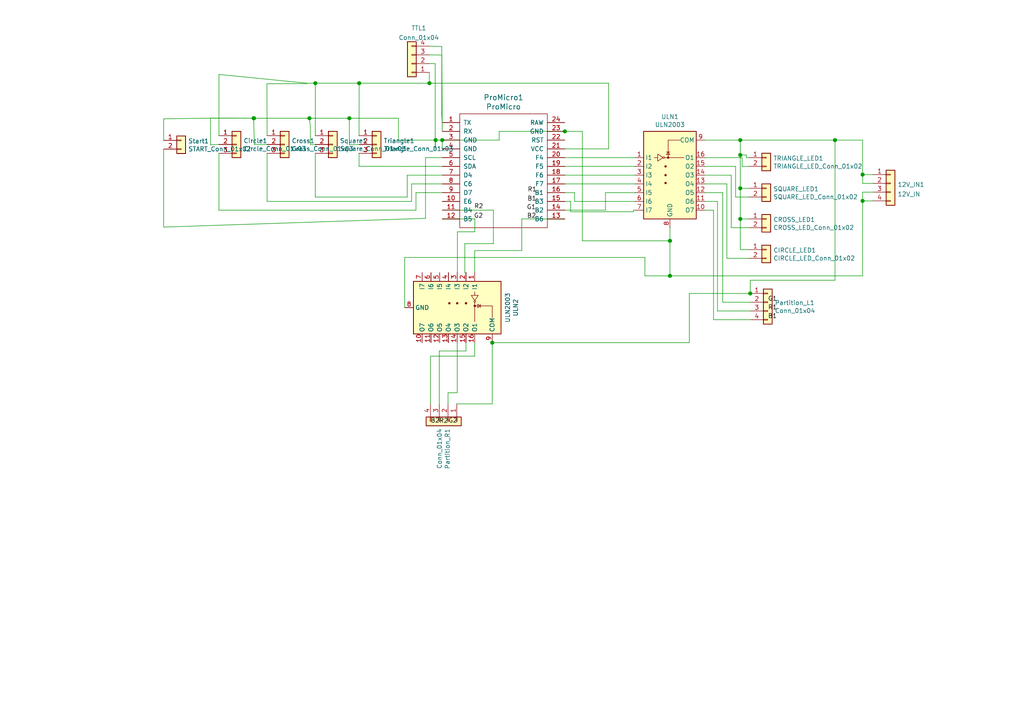
<source format=kicad_sch>
(kicad_sch (version 20210621) (generator eeschema)
  (paper "A4")
  (lib_symbols
    (symbol "Connector_Generic:Conn_01x02" (pin_names (offset 1.016) hide)
      (property "Reference" "J" (at 0 2.54 0))
      (property "Value" "Conn_01x02" (at 0 -5.08 0))
      (symbol "Conn_01x02_1_1"
        (rectangle (start -1.27 -2.413) (end 0 -2.667) (stroke (width 0.1524)))
        (rectangle (start -1.27 0.127) (end 0 -0.127) (stroke (width 0.1524)))
        (rectangle (start -1.27 1.27) (end 1.27 -3.81) (stroke (width 0.254)) (fill (type background)))
        (pin passive line (at -5.08 0 0) (length 3.81) (name "Pin_1") (number "1"))
        (pin passive line (at -5.08 -2.54 0) (length 3.81) (name "Pin_2") (number "2"))
      )
    )
    (symbol "Connector_Generic:Conn_01x03" (pin_names (offset 1.016) hide)
      (property "Reference" "J" (at 0 5.08 0))
      (property "Value" "Conn_01x03" (at 0 -5.08 0))
      (symbol "Conn_01x03_1_1"
        (rectangle (start -1.27 -2.413) (end 0 -2.667) (stroke (width 0.1524)))
        (rectangle (start -1.27 0.127) (end 0 -0.127) (stroke (width 0.1524)))
        (rectangle (start -1.27 2.667) (end 0 2.413) (stroke (width 0.1524)))
        (rectangle (start -1.27 3.81) (end 1.27 -3.81) (stroke (width 0.254)) (fill (type background)))
        (pin passive line (at -5.08 2.54 0) (length 3.81) (name "Pin_1") (number "1"))
        (pin passive line (at -5.08 0 0) (length 3.81) (name "Pin_2") (number "2"))
        (pin passive line (at -5.08 -2.54 0) (length 3.81) (name "Pin_3") (number "3"))
      )
    )
    (symbol "Connector_Generic:Conn_01x04" (pin_names (offset 1.016) hide)
      (property "Reference" "J" (at 0 5.08 0))
      (property "Value" "Conn_01x04" (at 0 -7.62 0))
      (symbol "Conn_01x04_1_1"
        (rectangle (start -1.27 -4.953) (end 0 -5.207) (stroke (width 0.1524)))
        (rectangle (start -1.27 -2.413) (end 0 -2.667) (stroke (width 0.1524)))
        (rectangle (start -1.27 0.127) (end 0 -0.127) (stroke (width 0.1524)))
        (rectangle (start -1.27 2.667) (end 0 2.413) (stroke (width 0.1524)))
        (rectangle (start -1.27 3.81) (end 1.27 -6.35) (stroke (width 0.254)) (fill (type background)))
        (pin passive line (at -5.08 2.54 0) (length 3.81) (name "Pin_1") (number "1"))
        (pin passive line (at -5.08 0 0) (length 3.81) (name "Pin_2") (number "2"))
        (pin passive line (at -5.08 -2.54 0) (length 3.81) (name "Pin_3") (number "3"))
        (pin passive line (at -5.08 -5.08 0) (length 3.81) (name "Pin_4") (number "4"))
      )
    )
    (symbol "DIVA_promicro-rescue:ProMicro-promicro" (pin_names (offset 1.016))
      (property "Reference" "U" (at 0 24.13 0))
      (property "Value" "ProMicro-promicro" (at 0 -13.97 0))
      (symbol "ProMicro-promicro_0_1"
        (rectangle (start -12.7 21.59) (end 12.7 -11.43))
      )
      (symbol "ProMicro-promicro_1_1"
        (pin bidirectional line (at -17.78 19.05 0) (length 5.08) (name "TX") (number "1"))
        (pin bidirectional line (at -17.78 -3.81 0) (length 5.08) (name "E6") (number "10"))
        (pin bidirectional line (at -17.78 -6.35 0) (length 5.08) (name "B4") (number "11"))
        (pin bidirectional line (at -17.78 -8.89 0) (length 5.08) (name "B5") (number "12"))
        (pin bidirectional line (at 17.78 -8.89 180) (length 5.08) (name "B6") (number "13"))
        (pin bidirectional line (at 17.78 -6.35 180) (length 5.08) (name "B2") (number "14"))
        (pin bidirectional line (at 17.78 -3.81 180) (length 5.08) (name "B3") (number "15"))
        (pin bidirectional line (at 17.78 -1.27 180) (length 5.08) (name "B1") (number "16"))
        (pin bidirectional line (at 17.78 1.27 180) (length 5.08) (name "F7") (number "17"))
        (pin bidirectional line (at 17.78 3.81 180) (length 5.08) (name "F6") (number "18"))
        (pin bidirectional line (at 17.78 6.35 180) (length 5.08) (name "F5") (number "19"))
        (pin bidirectional line (at -17.78 16.51 0) (length 5.08) (name "RX") (number "2"))
        (pin bidirectional line (at 17.78 8.89 180) (length 5.08) (name "F4") (number "20"))
        (pin power_in line (at 17.78 11.43 180) (length 5.08) (name "VCC") (number "21"))
        (pin input line (at 17.78 13.97 180) (length 5.08) (name "RST") (number "22"))
        (pin power_in line (at 17.78 16.51 180) (length 5.08) (name "GND") (number "23"))
        (pin power_out line (at 17.78 19.05 180) (length 5.08) (name "RAW") (number "24"))
        (pin power_in line (at -17.78 13.97 0) (length 5.08) (name "GND") (number "3"))
        (pin power_in line (at -17.78 11.43 0) (length 5.08) (name "GND") (number "4"))
        (pin bidirectional line (at -17.78 8.89 0) (length 5.08) (name "SCL") (number "5"))
        (pin bidirectional line (at -17.78 6.35 0) (length 5.08) (name "SDA") (number "6"))
        (pin bidirectional line (at -17.78 3.81 0) (length 5.08) (name "D4") (number "7"))
        (pin bidirectional line (at -17.78 1.27 0) (length 5.08) (name "C6") (number "8"))
        (pin bidirectional line (at -17.78 -1.27 0) (length 5.08) (name "D7") (number "9"))
      )
    )
    (symbol "Transistor_Array:ULN2003"
      (property "Reference" "U" (at 0 15.875 0))
      (property "Value" "ULN2003" (at 0 13.97 0))
      (symbol "ULN2003_0_1"
        (circle (center -1.778 5.08) (radius 0.254))
        (circle (center -1.27 -2.286) (radius 0.254) (fill (type outline)))
        (circle (center -1.27 0) (radius 0.254) (fill (type outline)))
        (circle (center -1.27 2.54) (radius 0.254) (fill (type outline)))
        (circle (center -0.508 5.08) (radius 0.254) (fill (type outline)))
        (rectangle (start -7.62 -12.7) (end 7.62 12.7) (stroke (width 0.254)) (fill (type background)))
        (polyline (pts (xy -4.572 5.08) (xy -3.556 5.08)))
        (polyline (pts (xy -1.524 5.08) (xy 4.064 5.08)))
        (polyline (pts (xy 0 6.731) (xy -1.016 6.731)))
        (polyline (pts (xy -0.508 5.08) (xy -0.508 10.16) (xy 2.921 10.16)))
        (polyline (pts (xy -3.556 6.096) (xy -3.556 4.064) (xy -2.032 5.08) (xy -3.556 6.096)))
        (polyline (pts (xy 0 5.969) (xy -1.016 5.969) (xy -0.508 6.731) (xy 0 5.969)))
      )
      (symbol "ULN2003_1_1"
        (pin input line (at -10.16 5.08 0) (length 2.54) (name "I1") (number "1"))
        (pin open_collector line (at 10.16 -10.16 180) (length 2.54) (name "O7") (number "10"))
        (pin open_collector line (at 10.16 -7.62 180) (length 2.54) (name "O6") (number "11"))
        (pin open_collector line (at 10.16 -5.08 180) (length 2.54) (name "O5") (number "12"))
        (pin open_collector line (at 10.16 -2.54 180) (length 2.54) (name "O4") (number "13"))
        (pin open_collector line (at 10.16 0 180) (length 2.54) (name "O3") (number "14"))
        (pin open_collector line (at 10.16 2.54 180) (length 2.54) (name "O2") (number "15"))
        (pin open_collector line (at 10.16 5.08 180) (length 2.54) (name "O1") (number "16"))
        (pin input line (at -10.16 2.54 0) (length 2.54) (name "I2") (number "2"))
        (pin input line (at -10.16 0 0) (length 2.54) (name "I3") (number "3"))
        (pin input line (at -10.16 -2.54 0) (length 2.54) (name "I4") (number "4"))
        (pin input line (at -10.16 -5.08 0) (length 2.54) (name "I5") (number "5"))
        (pin input line (at -10.16 -7.62 0) (length 2.54) (name "I6") (number "6"))
        (pin input line (at -10.16 -10.16 0) (length 2.54) (name "I7") (number "7"))
        (pin power_in line (at 0 -15.24 90) (length 2.54) (name "GND") (number "8"))
        (pin passive line (at 10.16 10.16 180) (length 2.54) (name "COM") (number "9"))
      )
    )
  )
  (junction (at 73.5729 34.29) (diameter 1.016))
  (junction (at 73.66 34.29) (diameter 1.016))
  (junction (at 89.7406 34.29) (diameter 1.016))
  (junction (at 91.4566 24.13) (diameter 1.016))
  (junction (at 101.3197 34.29) (diameter 1.016))
  (junction (at 104.1666 24.13) (diameter 1.016))
  (junction (at 124.5429 24.13) (diameter 1.016))
  (junction (at 126.365 40.64) (diameter 1.016))
  (junction (at 128.27 40.64) (diameter 1.016))
  (junction (at 142.7734 99.3902) (diameter 1.016))
  (junction (at 163.83 38.1) (diameter 1.016))
  (junction (at 194.31 69.85) (diameter 1.016))
  (junction (at 194.31 80.01) (diameter 1.016))
  (junction (at 214.7062 40.64) (diameter 1.016))
  (junction (at 214.7062 44.958) (diameter 1.016))
  (junction (at 214.7062 54.61) (diameter 1.016))
  (junction (at 214.7062 63.5) (diameter 1.016))
  (junction (at 217.6018 85.1154) (diameter 1.016))
  (junction (at 242.189 40.64) (diameter 1.016))
  (junction (at 250.19 50.6406) (diameter 1.016))
  (junction (at 250.19 58.2723) (diameter 1.016))
  (wire (pts (xy 47.4726 34.4732) (xy 59.182 34.29)))
  (wire (pts (xy 47.4726 40.7162) (xy 47.4726 34.4732)))
  (wire (pts (xy 47.4726 43.2562) (xy 47.4726 65.8622)))
  (wire (pts (xy 47.4726 65.8622) (xy 123.4186 63.3222)))
  (wire (pts (xy 59.182 34.29) (xy 73.5729 34.29)))
  (wire (pts (xy 61.0518 34.2567) (xy 61.0518 41.9987)))
  (wire (pts (xy 61.0518 34.2567) (xy 73.66 34.29)))
  (wire (pts (xy 61.0518 41.9987) (xy 63.5 41.91)))
  (wire (pts (xy 63.5 21.59) (xy 63.5 39.37)))
  (wire (pts (xy 63.5 21.59) (xy 88.9508 24.13)))
  (wire (pts (xy 63.5 60.96) (xy 63.5 44.45)))
  (wire (pts (xy 73.5729 34.29) (xy 73.66 34.29)))
  (wire (pts (xy 73.66 34.29) (xy 89.7406 34.29)))
  (wire (pts (xy 73.77 41.91) (xy 73.5729 34.29)))
  (wire (pts (xy 77.4179 24.3016) (xy 88.9508 24.2523)))
  (wire (pts (xy 77.47 39.37) (xy 77.4179 24.3016)))
  (wire (pts (xy 77.47 41.91) (xy 73.77 41.91)))
  (wire (pts (xy 77.47 58.42) (xy 77.47 44.45)))
  (wire (pts (xy 88.9508 24.13) (xy 88.9508 24.2523)))
  (wire (pts (xy 88.9508 24.13) (xy 91.4566 24.13)))
  (wire (pts (xy 89.7406 34.29) (xy 101.3197 34.29)))
  (wire (pts (xy 90.0275 36.8463) (xy 89.7406 34.29)))
  (wire (pts (xy 90.0275 36.8463) (xy 90.0275 41.9263)))
  (wire (pts (xy 90.0275 41.9263) (xy 91.44 41.91)))
  (wire (pts (xy 91.44 39.37) (xy 91.4566 24.13)))
  (wire (pts (xy 91.44 57.15) (xy 91.44 44.45)))
  (wire (pts (xy 91.4566 24.13) (xy 104.1666 24.13)))
  (wire (pts (xy 101.3197 34.29) (xy 101.3197 41.9581)))
  (wire (pts (xy 101.3197 34.29) (xy 115.57 34.29)))
  (wire (pts (xy 101.3197 41.9581) (xy 104.14 41.91)))
  (wire (pts (xy 104.14 39.37) (xy 104.1666 24.13)))
  (wire (pts (xy 104.14 48.2324) (xy 104.14 44.45)))
  (wire (pts (xy 104.1666 24.13) (xy 124.5429 24.13)))
  (wire (pts (xy 106.68 48.2324) (xy 104.14 48.2324)))
  (wire (pts (xy 115.57 34.29) (xy 115.57 40.64)))
  (wire (pts (xy 115.57 40.64) (xy 126.365 40.64)))
  (wire (pts (xy 116.84 48.26) (xy 106.68 48.2324)))
  (wire (pts (xy 116.84 48.26) (xy 128.27 48.26)))
  (wire (pts (xy 117.3734 74.676) (xy 187.0456 74.676)))
  (wire (pts (xy 117.3734 89.2302) (xy 117.3734 74.676)))
  (wire (pts (xy 118.11 50.8) (xy 118.11 57.15)))
  (wire (pts (xy 118.11 50.8) (xy 128.27 50.8)))
  (wire (pts (xy 118.11 57.15) (xy 91.44 57.15)))
  (wire (pts (xy 119.38 53.34) (xy 119.38 58.42)))
  (wire (pts (xy 119.38 53.34) (xy 128.27 53.34)))
  (wire (pts (xy 119.38 58.42) (xy 77.47 58.42)))
  (wire (pts (xy 120.65 55.88) (xy 120.65 60.96)))
  (wire (pts (xy 120.65 60.96) (xy 63.5 60.96)))
  (wire (pts (xy 123.4186 45.72) (xy 123.4186 63.3222)))
  (wire (pts (xy 124.5288 20.9961) (xy 124.5429 24.13)))
  (wire (pts (xy 124.5429 24.13) (xy 176.53 24.13)))
  (wire (pts (xy 124.8664 103.3018) (xy 137.6934 103.3018)))
  (wire (pts (xy 124.8664 117.1448) (xy 124.8664 103.3018)))
  (wire (pts (xy 125.222 18.415) (xy 124.5288 18.4561)))
  (wire (pts (xy 126.2234 18.4561) (xy 125.222 18.415)))
  (wire (pts (xy 126.2234 43.2211) (xy 126.2234 18.4561)))
  (wire (pts (xy 126.2234 43.2211) (xy 126.365 40.64)))
  (wire (pts (xy 126.365 40.64) (xy 128.27 40.64)))
  (wire (pts (xy 127.4064 101.8032) (xy 127.4064 117.1448)))
  (wire (pts (xy 127.4064 101.8032) (xy 135.1534 101.8032)))
  (wire (pts (xy 128.1313 13.4903) (xy 124.5288 13.3761)))
  (wire (pts (xy 128.1313 15.9719) (xy 124.5288 15.9161)))
  (wire (pts (xy 128.1313 33.1169) (xy 128.1313 15.9719)))
  (wire (pts (xy 128.1313 33.1169) (xy 128.27 35.56)))
  (wire (pts (xy 128.27 38.1) (xy 128.1313 13.4903)))
  (wire (pts (xy 128.27 40.64) (xy 128.27 43.18)))
  (wire (pts (xy 128.27 45.72) (xy 123.4186 45.72)))
  (wire (pts (xy 128.27 55.88) (xy 120.65 55.88)))
  (wire (pts (xy 128.27 60.96) (xy 143.1036 60.96)))
  (wire (pts (xy 128.27 63.5) (xy 137.7188 63.5)))
  (wire (pts (xy 129.9464 113.919) (xy 129.9464 117.1448)))
  (wire (pts (xy 132.4864 117.1448) (xy 142.7734 117.1448)))
  (wire (pts (xy 132.6134 99.3902) (xy 132.6134 113.919)))
  (wire (pts (xy 132.6134 113.919) (xy 129.9464 113.919)))
  (wire (pts (xy 132.6642 67.2338) (xy 132.6642 79.0702)))
  (wire (pts (xy 132.6642 79.0702) (xy 132.6134 79.0702)))
  (wire (pts (xy 134.8232 70.6628) (xy 134.8232 79.0702)))
  (wire (pts (xy 134.8232 79.0702) (xy 135.1534 79.0702)))
  (wire (pts (xy 135.1534 99.3902) (xy 135.1534 101.8032)))
  (wire (pts (xy 137.6934 72.6694) (xy 151.3332 72.6694)))
  (wire (pts (xy 137.6934 79.0702) (xy 137.6934 72.6694)))
  (wire (pts (xy 137.6934 103.3018) (xy 137.6934 99.3902)))
  (wire (pts (xy 137.7188 63.5) (xy 137.7188 67.2338)))
  (wire (pts (xy 137.7188 67.2338) (xy 132.6642 67.2338)))
  (wire (pts (xy 142.7734 99.3902) (xy 199.9234 99.3902)))
  (wire (pts (xy 142.7734 117.1448) (xy 142.7734 99.3902)))
  (wire (pts (xy 143.1036 60.96) (xy 143.1036 70.6628)))
  (wire (pts (xy 143.1036 70.6628) (xy 134.8232 70.6628)))
  (wire (pts (xy 144.78 38.1) (xy 144.78 40.64)))
  (wire (pts (xy 144.78 38.1) (xy 163.83 38.1)))
  (wire (pts (xy 144.78 40.64) (xy 128.27 40.64)))
  (wire (pts (xy 151.3332 63.5) (xy 163.83 63.5)))
  (wire (pts (xy 151.3332 72.6694) (xy 151.3332 63.5)))
  (wire (pts (xy 163.83 38.1) (xy 168.91 38.1)))
  (wire (pts (xy 163.83 43.18) (xy 176.53 43.18)))
  (wire (pts (xy 163.83 45.72) (xy 184.15 45.72)))
  (wire (pts (xy 163.83 48.26) (xy 184.15 48.26)))
  (wire (pts (xy 163.83 50.8) (xy 184.15 50.8)))
  (wire (pts (xy 163.83 53.34) (xy 184.15 53.34)))
  (wire (pts (xy 163.83 58.42) (xy 165.5064 58.42)))
  (wire (pts (xy 163.83 60.96) (xy 175.6156 60.96)))
  (wire (pts (xy 165.5064 58.42) (xy 165.5064 61.4172)))
  (wire (pts (xy 165.5064 61.4172) (xy 183.6928 61.4172)))
  (wire (pts (xy 166.6494 55.88) (xy 163.83 55.88)))
  (wire (pts (xy 166.6494 58.42) (xy 166.6494 55.88)))
  (wire (pts (xy 168.91 38.1) (xy 168.91 69.85)))
  (wire (pts (xy 168.91 69.85) (xy 194.31 69.85)))
  (wire (pts (xy 175.6156 55.88) (xy 184.15 55.88)))
  (wire (pts (xy 175.6156 60.96) (xy 175.6156 55.88)))
  (wire (pts (xy 176.53 24.13) (xy 176.53 43.18)))
  (wire (pts (xy 183.6928 60.96) (xy 184.15 60.96)))
  (wire (pts (xy 183.6928 61.4172) (xy 183.6928 60.96)))
  (wire (pts (xy 184.15 58.42) (xy 166.6494 58.42)))
  (wire (pts (xy 187.0456 74.676) (xy 187.0456 80.01)))
  (wire (pts (xy 187.0456 80.01) (xy 194.31 80.01)))
  (wire (pts (xy 194.31 69.85) (xy 194.31 66.04)))
  (wire (pts (xy 194.31 69.85) (xy 194.31 80.01)))
  (wire (pts (xy 194.31 80.01) (xy 250.19 80.01)))
  (wire (pts (xy 199.9234 85.1154) (xy 217.6018 85.1154)))
  (wire (pts (xy 199.9234 99.3902) (xy 199.9234 85.1154)))
  (wire (pts (xy 204.47 40.64) (xy 214.7062 40.64)))
  (wire (pts (xy 204.47 45.72) (xy 215.2396 45.72)))
  (wire (pts (xy 204.47 48.26) (xy 213.36 48.26)))
  (wire (pts (xy 204.47 50.8) (xy 212.09 50.8)))
  (wire (pts (xy 204.47 53.34) (xy 210.82 53.34)))
  (wire (pts (xy 204.47 55.88) (xy 209.6262 55.88)))
  (wire (pts (xy 204.47 58.42) (xy 208.1022 58.42)))
  (wire (pts (xy 204.47 60.96) (xy 206.9592 60.96)))
  (wire (pts (xy 206.9592 60.96) (xy 206.9592 92.7354)))
  (wire (pts (xy 206.9592 92.7354) (xy 217.6018 92.7354)))
  (wire (pts (xy 208.1022 90.1954) (xy 208.1022 58.42)))
  (wire (pts (xy 209.6262 55.88) (xy 209.6262 87.6554)))
  (wire (pts (xy 209.6262 87.6554) (xy 217.6018 87.6554)))
  (wire (pts (xy 210.82 53.34) (xy 210.82 74.93)))
  (wire (pts (xy 212.09 50.8) (xy 212.09 66.04)))
  (wire (pts (xy 213.36 48.26) (xy 213.36 57.15)))
  (wire (pts (xy 214.7062 40.64) (xy 214.7062 44.958)))
  (wire (pts (xy 214.7062 40.64) (xy 242.189 40.64)))
  (wire (pts (xy 214.7062 44.958) (xy 214.7062 54.61)))
  (wire (pts (xy 214.7062 54.61) (xy 214.7062 63.5)))
  (wire (pts (xy 214.7062 54.61) (xy 217.17 54.61)))
  (wire (pts (xy 214.7062 63.5) (xy 214.7062 72.4154)))
  (wire (pts (xy 214.7062 63.5) (xy 217.17 63.5)))
  (wire (pts (xy 214.7062 72.4154) (xy 217.17 72.4154)))
  (wire (pts (xy 215.2396 45.72) (xy 215.2396 48.26)))
  (wire (pts (xy 215.2396 48.26) (xy 217.17 48.26)))
  (wire (pts (xy 216.4588 44.958) (xy 214.7062 44.958)))
  (wire (pts (xy 216.4588 45.72) (xy 216.4588 44.958)))
  (wire (pts (xy 217.17 45.72) (xy 216.4588 45.72)))
  (wire (pts (xy 217.17 57.15) (xy 213.36 57.15)))
  (wire (pts (xy 217.17 66.04) (xy 212.09 66.04)))
  (wire (pts (xy 217.17 72.4154) (xy 217.17 72.39)))
  (wire (pts (xy 217.17 74.93) (xy 210.82 74.93)))
  (wire (pts (xy 217.6018 81.28) (xy 217.6018 85.1154)))
  (wire (pts (xy 217.6018 81.28) (xy 242.189 81.28)))
  (wire (pts (xy 217.6018 90.1954) (xy 208.1022 90.1954)))
  (wire (pts (xy 242.189 40.64) (xy 250.19 40.64)))
  (wire (pts (xy 242.189 81.28) (xy 242.189 40.64)))
  (wire (pts (xy 250.19 40.64) (xy 250.19 50.6406)))
  (wire (pts (xy 250.19 50.6406) (xy 250.19 50.6463)))
  (wire (pts (xy 250.19 50.6406) (xy 250.2094 53.1851)))
  (wire (pts (xy 250.19 55.7447) (xy 250.19 58.2723)))
  (wire (pts (xy 250.19 55.7447) (xy 253.2055 55.7251)))
  (wire (pts (xy 250.19 58.2723) (xy 250.19 80.01)))
  (wire (pts (xy 250.2094 53.1851) (xy 253.2055 53.1851)))
  (wire (pts (xy 253.2055 50.6451) (xy 250.19 50.6463)))
  (wire (pts (xy 253.2055 58.2651) (xy 250.19 58.2723)))
  (label "B2" (at 124.8664 122.9868 0))
  (label "R2" (at 127.3556 123.063 0))
  (label "G2" (at 129.9972 122.9868 0))
  (label "G2" (at 137.4394 63.5762 0))
  (label "R2" (at 137.5156 60.833 0))
  (label "G1" (at 152.7556 61.087 0))
  (label "B2" (at 152.8318 63.5762 0))
  (label "B1" (at 152.9334 58.6232 0))
  (label "R1" (at 153.0096 55.9562 0))
  (label "G1" (at 222.7072 87.6554 0))
  (label "B1" (at 222.7072 92.6846 0))
  (label "R1" (at 222.7326 90.1446 0))
  (symbol (lib_id "Connector_Generic:Conn_01x02") (at 52.5526 40.7162 0) (unit 1)
    (property "Reference" "Start1" (at 54.5846 40.9194 0) (effects (justify left)))
    (property "Value" "START_Conn_01x02" (at 54.5846 43.2308 0) (effects (justify left)))
    (property "Footprint" "Connector_JST:JST_XH_B2B-XH-A_1x02_P2.50mm_Vertical" (effects hide))
  )
  (symbol (lib_id "Connector_Generic:Conn_01x02") (at 222.25 45.72 0) (unit 1)
    (property "Reference" "TRIANGLE_LED1" (at 224.282 45.9232 0) (effects (justify left)))
    (property "Value" "TRIANGLE_LED_Conn_01x02" (at 224.282 48.2346 0) (effects (justify left)))
    (property "Footprint" "Connector_JST:JST_XH_B2B-XH-A_1x02_P2.50mm_Vertical" (effects hide))
  )
  (symbol (lib_id "Connector_Generic:Conn_01x02") (at 222.25 54.61 0) (unit 1)
    (property "Reference" "SQUARE_LED1" (at 224.282 54.8132 0) (effects (justify left)))
    (property "Value" "SQUARE_LED_Conn_01x02" (at 224.282 57.1246 0) (effects (justify left)))
    (property "Footprint" "Connector_JST:JST_XH_B2B-XH-A_1x02_P2.50mm_Vertical" (effects hide))
  )
  (symbol (lib_id "Connector_Generic:Conn_01x02") (at 222.25 63.5 0) (unit 1)
    (property "Reference" "CROSS_LED1" (at 224.282 63.7032 0) (effects (justify left)))
    (property "Value" "CROSS_LED_Conn_01x02" (at 224.282 66.0146 0) (effects (justify left)))
    (property "Footprint" "Connector_JST:JST_XH_B2B-XH-A_1x02_P2.50mm_Vertical" (effects hide))
  )
  (symbol (lib_id "Connector_Generic:Conn_01x02") (at 222.25 72.39 0) (unit 1)
    (property "Reference" "CIRCLE_LED1" (at 224.282 72.5932 0) (effects (justify left)))
    (property "Value" "CIRCLE_LED_Conn_01x02" (at 224.282 74.9046 0) (effects (justify left)))
    (property "Footprint" "Connector_JST:JST_XH_B2B-XH-A_1x02_P2.50mm_Vertical" (effects hide))
  )
  (symbol (lib_id "Connector_Generic:Conn_01x03") (at 68.58 41.91 0) (unit 1)
    (property "Reference" "Circle1" (at 70.612 40.8432 0) (effects (justify left)))
    (property "Value" "Circle_Conn_01x03" (at 70.612 43.1546 0) (effects (justify left)))
    (property "Footprint" "Connector_JST:JST_XH_B3B-XH-A_1x03_P2.50mm_Vertical" (effects hide))
  )
  (symbol (lib_id "Connector_Generic:Conn_01x03") (at 82.55 41.91 0) (unit 1)
    (property "Reference" "Cross1" (at 84.582 40.843 0) (effects (justify left)))
    (property "Value" "Cross_Conn_01x03" (at 84.582 43.1546 0) (effects (justify left)))
    (property "Footprint" "Connector_JST:JST_XH_B3B-XH-A_1x03_P2.50mm_Vertical" (effects hide))
  )
  (symbol (lib_id "Connector_Generic:Conn_01x03") (at 96.52 41.91 0) (unit 1)
    (property "Reference" "Square1" (at 98.552 40.843 0) (effects (justify left)))
    (property "Value" "Square_Conn_01x03" (at 98.552 43.1546 0) (effects (justify left)))
    (property "Footprint" "Connector_JST:JST_XH_B3B-XH-A_1x03_P2.50mm_Vertical" (effects hide))
  )
  (symbol (lib_id "Connector_Generic:Conn_01x03") (at 109.22 41.91 0) (unit 1)
    (property "Reference" "Triangle1" (at 111.252 40.843 0) (effects (justify left)))
    (property "Value" "Triangle_Conn_01x03" (at 111.252 43.1546 0) (effects (justify left)))
    (property "Footprint" "Connector_JST:JST_XH_B3B-XH-A_1x03_P2.50mm_Vertical" (effects hide))
  )
  (symbol (lib_id "Connector_Generic:Conn_01x04") (at 119.4488 18.4561 180) (unit 1)
    (property "Reference" "TTL1" (at 121.4808 8.1395 0))
    (property "Value" "Conn_01x04" (at 121.4808 10.9146 0))
    (property "Footprint" "Connector_JST:JST_XH_B4B-XH-A_1x04_P2.50mm_Vertical" (effects hide))
  )
  (symbol (lib_id "Connector_Generic:Conn_01x04") (at 129.9464 122.2248 270) (unit 1)
    (property "Reference" "Partition_R1" (at 129.7748 124.2574 0) (effects (justify left)))
    (property "Value" "Conn_01x04" (at 127.4763 124.2569 0) (effects (justify left)))
    (property "Footprint" "Connector_JST:JST_XH_B4B-XH-A_1x04_P2.50mm_Vertical" (effects hide))
  )
  (symbol (lib_id "Connector_Generic:Conn_01x04") (at 222.6818 87.6554 0) (unit 1)
    (property "Reference" "Partition_L1" (at 224.7144 87.8268 0) (effects (justify left)))
    (property "Value" "Conn_01x04" (at 224.7139 90.1255 0) (effects (justify left)))
    (property "Footprint" "Connector_JST:JST_XH_B4B-XH-A_1x04_P2.50mm_Vertical" (effects hide))
  )
  (symbol (lib_id "Connector_Generic:Conn_01x04") (at 258.2855 53.1851 0) (unit 1)
    (property "Reference" "12V_IN1" (at 260.3176 53.5466 0) (effects (justify left)))
    (property "Value" "12V_IN" (at 260.3176 56.3217 0) (effects (justify left)))
    (property "Footprint" "Connector_JST:JST_XH_B4B-XH-A_1x04_P2.50mm_Vertical" (effects hide))
  )
  (symbol (lib_id "Transistor_Array:ULN2003") (at 132.6134 89.2302 270) (unit 1)
    (property "Reference" "ULN2" (at 149.5552 89.2302 0))
    (property "Value" "ULN2003" (at 147.2434 89.2302 0))
    (property "Footprint" "Package_DIP:DIP-16_W7.62mm" (effects hide))
    (property "Datasheet" "http://www.ti.com/lit/ds/symlink/uln2003a.pdf" (effects hide))
  )
  (symbol (lib_id "Transistor_Array:ULN2003") (at 194.31 50.8 0) (unit 1)
    (property "Reference" "ULN1" (at 194.31 33.8582 0))
    (property "Value" "ULN2003" (at 194.31 36.17 0))
    (property "Footprint" "Package_DIP:DIP-16_W7.62mm" (effects hide))
    (property "Datasheet" "http://www.ti.com/lit/ds/symlink/uln2003a.pdf" (effects hide))
  )
  (symbol (lib_id "DIVA_promicro-rescue:ProMicro-promicro") (at 146.05 54.61 0) (unit 1)
    (property "Reference" "ProMicro1" (at 146.05 28.2702 0) (effects (font (size 1.524 1.524))))
    (property "Value" "ProMicro" (at 146.05 30.9626 0) (effects (font (size 1.524 1.524))))
    (property "Footprint" "promicro:ProMicro" (effects hide))
  )
)
</source>
